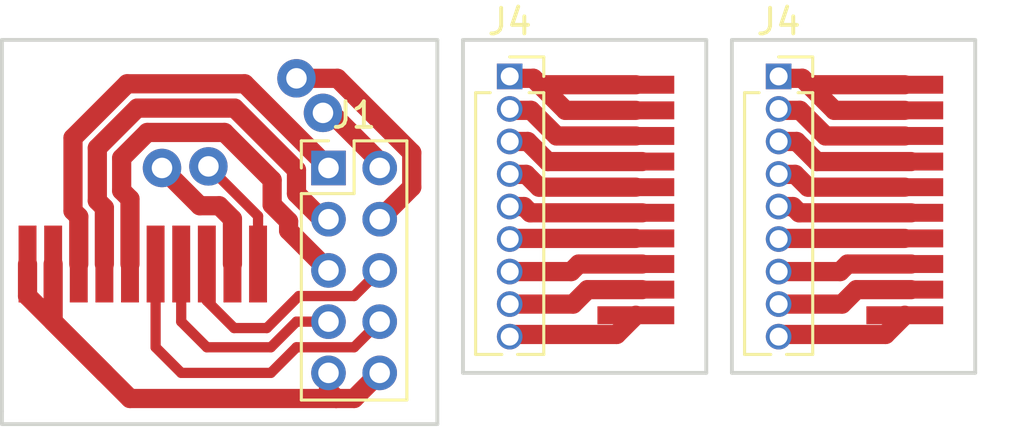
<source format=kicad_pcb>
(kicad_pcb (version 20171130) (host pcbnew 5.1.6-c6e7f7d~87~ubuntu20.04.1)

  (general
    (thickness 1.6)
    (drawings 13)
    (tracks 122)
    (zones 0)
    (modules 6)
    (nets 19)
  )

  (page A4)
  (layers
    (0 F.Cu signal)
    (31 B.Cu signal)
    (32 B.Adhes user)
    (33 F.Adhes user)
    (34 B.Paste user)
    (35 F.Paste user)
    (36 B.SilkS user)
    (37 F.SilkS user)
    (38 B.Mask user)
    (39 F.Mask user)
    (40 Dwgs.User user)
    (41 Cmts.User user)
    (42 Eco1.User user)
    (43 Eco2.User user)
    (44 Edge.Cuts user)
    (45 Margin user)
    (46 B.CrtYd user)
    (47 F.CrtYd user)
    (48 B.Fab user)
    (49 F.Fab user)
  )

  (setup
    (last_trace_width 0.75)
    (user_trace_width 0.25)
    (user_trace_width 0.5)
    (user_trace_width 0.75)
    (user_trace_width 1.5)
    (trace_clearance 0.2)
    (zone_clearance 0.508)
    (zone_45_only no)
    (trace_min 0.2)
    (via_size 0.8)
    (via_drill 0.4)
    (via_min_size 0.4)
    (via_min_drill 0.3)
    (user_via 0.6 0.3)
    (user_via 1.5 0.8)
    (uvia_size 0.3)
    (uvia_drill 0.1)
    (uvias_allowed no)
    (uvia_min_size 0.2)
    (uvia_min_drill 0.1)
    (edge_width 0.15)
    (segment_width 1.5)
    (pcb_text_width 0.3)
    (pcb_text_size 1.5 1.5)
    (mod_edge_width 0.15)
    (mod_text_size 1 1)
    (mod_text_width 0.15)
    (pad_size 1.524 1.524)
    (pad_drill 0.762)
    (pad_to_mask_clearance 0.051)
    (solder_mask_min_width 0.25)
    (aux_axis_origin 0 0)
    (visible_elements FFFFFF7F)
    (pcbplotparams
      (layerselection 0x01000_ffffffff)
      (usegerberextensions false)
      (usegerberattributes false)
      (usegerberadvancedattributes false)
      (creategerberjobfile false)
      (excludeedgelayer true)
      (linewidth 0.100000)
      (plotframeref false)
      (viasonmask false)
      (mode 1)
      (useauxorigin false)
      (hpglpennumber 1)
      (hpglpenspeed 20)
      (hpglpendiameter 15.000000)
      (psnegative false)
      (psa4output false)
      (plotreference true)
      (plotvalue true)
      (plotinvisibletext false)
      (padsonsilk false)
      (subtractmaskfromsilk false)
      (outputformat 1)
      (mirror false)
      (drillshape 0)
      (scaleselection 1)
      (outputdirectory "gerber/"))
  )

  (net 0 "")
  (net 1 GND2)
  (net 2 MISO2)
  (net 3 SCK2)
  (net 4 SS12)
  (net 5 EXT2)
  (net 6 SS22)
  (net 7 INT2)
  (net 8 SS32)
  (net 9 VCC2)
  (net 10 SS31)
  (net 11 SS21)
  (net 12 SS11)
  (net 13 SCK1)
  (net 14 MISO1)
  (net 15 EXT1)
  (net 16 INT1)
  (net 17 VCC1)
  (net 18 GND1)

  (net_class Default "This is the default net class."
    (clearance 0.2)
    (trace_width 0.25)
    (via_dia 0.8)
    (via_drill 0.4)
    (uvia_dia 0.3)
    (uvia_drill 0.1)
    (add_net EXT1)
    (add_net EXT2)
    (add_net GND1)
    (add_net GND2)
    (add_net INT1)
    (add_net INT2)
    (add_net MISO1)
    (add_net MISO2)
    (add_net SCK1)
    (add_net SCK2)
    (add_net SS11)
    (add_net SS12)
    (add_net SS21)
    (add_net SS22)
    (add_net SS31)
    (add_net SS32)
    (add_net VCC1)
    (add_net VCC2)
  )

  (module rofi:FPC-10-SolderPads (layer F.Cu) (tedit 5F6DBA9D) (tstamp 5F702FEC)
    (at 174.25 50.25)
    (path /5F6DD21B)
    (fp_text reference J3 (at 0 0) (layer F.SilkS) hide
      (effects (font (size 1 1) (thickness 0.15)))
    )
    (fp_text value Conn_01x10 (at 0 -0.5) (layer F.Fab)
      (effects (font (size 1 1) (thickness 0.15)))
    )
    (pad 1 smd rect (at 0 -4.5) (size 3 0.7) (layers F.Cu F.Paste F.Mask)
      (net 18 GND1))
    (pad 2 smd rect (at 0 -3.5) (size 3 0.7) (layers F.Cu F.Paste F.Mask)
      (net 18 GND1))
    (pad 3 smd rect (at 0 -2.5) (size 3 0.7) (layers F.Cu F.Paste F.Mask)
      (net 17 VCC1))
    (pad 4 smd rect (at 0 -1.5) (size 3 0.7) (layers F.Cu F.Paste F.Mask)
      (net 16 INT1))
    (pad 5 smd rect (at 0 -0.5) (size 3 0.7) (layers F.Cu F.Paste F.Mask)
      (net 15 EXT1))
    (pad 6 smd rect (at 0 0.5) (size 3 0.7) (layers F.Cu F.Paste F.Mask)
      (net 14 MISO1))
    (pad 7 smd rect (at 0 1.5) (size 3 0.7) (layers F.Cu F.Paste F.Mask)
      (net 13 SCK1))
    (pad 8 smd rect (at 0 2.5) (size 3 0.7) (layers F.Cu F.Paste F.Mask)
      (net 12 SS11))
    (pad 9 smd rect (at 0 3.5) (size 3 0.7) (layers F.Cu F.Paste F.Mask)
      (net 11 SS21))
    (pad 10 smd rect (at 0 4.5) (size 3 0.7) (layers F.Cu F.Paste F.Mask)
      (net 10 SS31))
  )

  (module Connector_PinSocket_1.27mm:PinSocket_1x09_P1.27mm_Vertical (layer F.Cu) (tedit 5A19A426) (tstamp 5F702FBA)
    (at 169.325001 45.425001)
    (descr "Through hole straight socket strip, 1x09, 1.27mm pitch, single row (from Kicad 4.0.7), script generated")
    (tags "Through hole socket strip THT 1x09 1.27mm single row")
    (path /5F6DC3FB)
    (fp_text reference J4 (at 0 -2.135) (layer F.SilkS)
      (effects (font (size 1 1) (thickness 0.15)))
    )
    (fp_text value Conn_01x09 (at 0 12.295) (layer F.Fab)
      (effects (font (size 1 1) (thickness 0.15)))
    )
    (fp_line (start -1.8 11.3) (end -1.8 -1.15) (layer F.CrtYd) (width 0.05))
    (fp_line (start 1.75 11.3) (end -1.8 11.3) (layer F.CrtYd) (width 0.05))
    (fp_line (start 1.75 -1.15) (end 1.75 11.3) (layer F.CrtYd) (width 0.05))
    (fp_line (start -1.8 -1.15) (end 1.75 -1.15) (layer F.CrtYd) (width 0.05))
    (fp_line (start 0 -0.76) (end 1.33 -0.76) (layer F.SilkS) (width 0.12))
    (fp_line (start 1.33 -0.76) (end 1.33 0) (layer F.SilkS) (width 0.12))
    (fp_line (start 1.33 0.635) (end 1.33 10.855) (layer F.SilkS) (width 0.12))
    (fp_line (start 0.30753 10.855) (end 1.33 10.855) (layer F.SilkS) (width 0.12))
    (fp_line (start -1.33 10.855) (end -0.30753 10.855) (layer F.SilkS) (width 0.12))
    (fp_line (start -1.33 0.635) (end -1.33 10.855) (layer F.SilkS) (width 0.12))
    (fp_line (start 0.76 0.635) (end 1.33 0.635) (layer F.SilkS) (width 0.12))
    (fp_line (start -1.33 0.635) (end -0.76 0.635) (layer F.SilkS) (width 0.12))
    (fp_line (start -1.27 10.795) (end -1.27 -0.635) (layer F.Fab) (width 0.1))
    (fp_line (start 1.27 10.795) (end -1.27 10.795) (layer F.Fab) (width 0.1))
    (fp_line (start 1.27 0) (end 1.27 10.795) (layer F.Fab) (width 0.1))
    (fp_line (start 0.635 -0.635) (end 1.27 0) (layer F.Fab) (width 0.1))
    (fp_line (start -1.27 -0.635) (end 0.635 -0.635) (layer F.Fab) (width 0.1))
    (fp_text user %R (at 0 5.08 90) (layer F.Fab)
      (effects (font (size 1 1) (thickness 0.15)))
    )
    (pad 1 thru_hole rect (at 0 0) (size 1 1) (drill 0.7) (layers *.Cu *.Mask)
      (net 18 GND1))
    (pad 2 thru_hole oval (at 0 1.27) (size 1 1) (drill 0.7) (layers *.Cu *.Mask)
      (net 17 VCC1))
    (pad 3 thru_hole oval (at 0 2.54) (size 1 1) (drill 0.7) (layers *.Cu *.Mask)
      (net 16 INT1))
    (pad 4 thru_hole oval (at 0 3.81) (size 1 1) (drill 0.7) (layers *.Cu *.Mask)
      (net 15 EXT1))
    (pad 5 thru_hole oval (at 0 5.08) (size 1 1) (drill 0.7) (layers *.Cu *.Mask)
      (net 14 MISO1))
    (pad 6 thru_hole oval (at 0 6.35) (size 1 1) (drill 0.7) (layers *.Cu *.Mask)
      (net 13 SCK1))
    (pad 7 thru_hole oval (at 0 7.62) (size 1 1) (drill 0.7) (layers *.Cu *.Mask)
      (net 12 SS11))
    (pad 8 thru_hole oval (at 0 8.89) (size 1 1) (drill 0.7) (layers *.Cu *.Mask)
      (net 11 SS21))
    (pad 9 thru_hole oval (at 0 10.16) (size 1 1) (drill 0.7) (layers *.Cu *.Mask)
      (net 10 SS31))
    (model ${KISYS3DMOD}/Connector_PinSocket_1.27mm.3dshapes/PinSocket_1x09_P1.27mm_Vertical.wrl
      (at (xyz 0 0 0))
      (scale (xyz 1 1 1))
      (rotate (xyz 0 0 0))
    )
  )

  (module Connector_PinSocket_1.27mm:PinSocket_1x09_P1.27mm_Vertical (layer F.Cu) (tedit 5A19A426) (tstamp 5F6E1850)
    (at 158.825001 45.425001)
    (descr "Through hole straight socket strip, 1x09, 1.27mm pitch, single row (from Kicad 4.0.7), script generated")
    (tags "Through hole socket strip THT 1x09 1.27mm single row")
    (path /5F6DC3FB)
    (fp_text reference J4 (at 0 -2.135) (layer F.SilkS)
      (effects (font (size 1 1) (thickness 0.15)))
    )
    (fp_text value Conn_01x09 (at 0 12.295) (layer F.Fab)
      (effects (font (size 1 1) (thickness 0.15)))
    )
    (fp_text user %R (at 0 5.08 90) (layer F.Fab)
      (effects (font (size 1 1) (thickness 0.15)))
    )
    (fp_line (start -1.27 -0.635) (end 0.635 -0.635) (layer F.Fab) (width 0.1))
    (fp_line (start 0.635 -0.635) (end 1.27 0) (layer F.Fab) (width 0.1))
    (fp_line (start 1.27 0) (end 1.27 10.795) (layer F.Fab) (width 0.1))
    (fp_line (start 1.27 10.795) (end -1.27 10.795) (layer F.Fab) (width 0.1))
    (fp_line (start -1.27 10.795) (end -1.27 -0.635) (layer F.Fab) (width 0.1))
    (fp_line (start -1.33 0.635) (end -0.76 0.635) (layer F.SilkS) (width 0.12))
    (fp_line (start 0.76 0.635) (end 1.33 0.635) (layer F.SilkS) (width 0.12))
    (fp_line (start -1.33 0.635) (end -1.33 10.855) (layer F.SilkS) (width 0.12))
    (fp_line (start -1.33 10.855) (end -0.30753 10.855) (layer F.SilkS) (width 0.12))
    (fp_line (start 0.30753 10.855) (end 1.33 10.855) (layer F.SilkS) (width 0.12))
    (fp_line (start 1.33 0.635) (end 1.33 10.855) (layer F.SilkS) (width 0.12))
    (fp_line (start 1.33 -0.76) (end 1.33 0) (layer F.SilkS) (width 0.12))
    (fp_line (start 0 -0.76) (end 1.33 -0.76) (layer F.SilkS) (width 0.12))
    (fp_line (start -1.8 -1.15) (end 1.75 -1.15) (layer F.CrtYd) (width 0.05))
    (fp_line (start 1.75 -1.15) (end 1.75 11.3) (layer F.CrtYd) (width 0.05))
    (fp_line (start 1.75 11.3) (end -1.8 11.3) (layer F.CrtYd) (width 0.05))
    (fp_line (start -1.8 11.3) (end -1.8 -1.15) (layer F.CrtYd) (width 0.05))
    (pad 9 thru_hole oval (at 0 10.16) (size 1 1) (drill 0.7) (layers *.Cu *.Mask)
      (net 10 SS31))
    (pad 8 thru_hole oval (at 0 8.89) (size 1 1) (drill 0.7) (layers *.Cu *.Mask)
      (net 11 SS21))
    (pad 7 thru_hole oval (at 0 7.62) (size 1 1) (drill 0.7) (layers *.Cu *.Mask)
      (net 12 SS11))
    (pad 6 thru_hole oval (at 0 6.35) (size 1 1) (drill 0.7) (layers *.Cu *.Mask)
      (net 13 SCK1))
    (pad 5 thru_hole oval (at 0 5.08) (size 1 1) (drill 0.7) (layers *.Cu *.Mask)
      (net 14 MISO1))
    (pad 4 thru_hole oval (at 0 3.81) (size 1 1) (drill 0.7) (layers *.Cu *.Mask)
      (net 15 EXT1))
    (pad 3 thru_hole oval (at 0 2.54) (size 1 1) (drill 0.7) (layers *.Cu *.Mask)
      (net 16 INT1))
    (pad 2 thru_hole oval (at 0 1.27) (size 1 1) (drill 0.7) (layers *.Cu *.Mask)
      (net 17 VCC1))
    (pad 1 thru_hole rect (at 0 0) (size 1 1) (drill 0.7) (layers *.Cu *.Mask)
      (net 18 GND1))
    (model ${KISYS3DMOD}/Connector_PinSocket_1.27mm.3dshapes/PinSocket_1x09_P1.27mm_Vertical.wrl
      (at (xyz 0 0 0))
      (scale (xyz 1 1 1))
      (rotate (xyz 0 0 0))
    )
  )

  (module rofi:FPC-10-SolderPads (layer F.Cu) (tedit 5F6DBA9D) (tstamp 5F6E1831)
    (at 163.75 50.25)
    (path /5F6DD21B)
    (fp_text reference J3 (at 0 0) (layer F.SilkS) hide
      (effects (font (size 1 1) (thickness 0.15)))
    )
    (fp_text value Conn_01x10 (at 0 -0.5) (layer F.Fab)
      (effects (font (size 1 1) (thickness 0.15)))
    )
    (pad 10 smd rect (at 0 4.5) (size 3 0.7) (layers F.Cu F.Paste F.Mask)
      (net 10 SS31))
    (pad 9 smd rect (at 0 3.5) (size 3 0.7) (layers F.Cu F.Paste F.Mask)
      (net 11 SS21))
    (pad 8 smd rect (at 0 2.5) (size 3 0.7) (layers F.Cu F.Paste F.Mask)
      (net 12 SS11))
    (pad 7 smd rect (at 0 1.5) (size 3 0.7) (layers F.Cu F.Paste F.Mask)
      (net 13 SCK1))
    (pad 6 smd rect (at 0 0.5) (size 3 0.7) (layers F.Cu F.Paste F.Mask)
      (net 14 MISO1))
    (pad 5 smd rect (at 0 -0.5) (size 3 0.7) (layers F.Cu F.Paste F.Mask)
      (net 15 EXT1))
    (pad 4 smd rect (at 0 -1.5) (size 3 0.7) (layers F.Cu F.Paste F.Mask)
      (net 16 INT1))
    (pad 3 smd rect (at 0 -2.5) (size 3 0.7) (layers F.Cu F.Paste F.Mask)
      (net 17 VCC1))
    (pad 2 smd rect (at 0 -3.5) (size 3 0.7) (layers F.Cu F.Paste F.Mask)
      (net 18 GND1))
    (pad 1 smd rect (at 0 -4.5) (size 3 0.7) (layers F.Cu F.Paste F.Mask)
      (net 18 GND1))
  )

  (module rofi:FPC-10-SolderPads (layer F.Cu) (tedit 5F6DBA9D) (tstamp 5F6E1823)
    (at 144.5 52.75 90)
    (path /5F6DFD45)
    (fp_text reference J2 (at 0 0 90) (layer F.SilkS) hide
      (effects (font (size 1 1) (thickness 0.15)))
    )
    (fp_text value Conn_01x10 (at 0 -0.5 90) (layer F.Fab)
      (effects (font (size 1 1) (thickness 0.15)))
    )
    (pad 10 smd rect (at 0 4.5 90) (size 3 0.7) (layers F.Cu F.Paste F.Mask)
      (net 8 SS32))
    (pad 9 smd rect (at 0 3.5 90) (size 3 0.7) (layers F.Cu F.Paste F.Mask)
      (net 6 SS22))
    (pad 8 smd rect (at 0 2.5 90) (size 3 0.7) (layers F.Cu F.Paste F.Mask)
      (net 4 SS12))
    (pad 7 smd rect (at 0 1.5 90) (size 3 0.7) (layers F.Cu F.Paste F.Mask)
      (net 3 SCK2))
    (pad 6 smd rect (at 0 0.5 90) (size 3 0.7) (layers F.Cu F.Paste F.Mask)
      (net 2 MISO2))
    (pad 5 smd rect (at 0 -0.5 90) (size 3 0.7) (layers F.Cu F.Paste F.Mask)
      (net 5 EXT2))
    (pad 4 smd rect (at 0 -1.5 90) (size 3 0.7) (layers F.Cu F.Paste F.Mask)
      (net 7 INT2))
    (pad 3 smd rect (at 0 -2.5 90) (size 3 0.7) (layers F.Cu F.Paste F.Mask)
      (net 9 VCC2))
    (pad 2 smd rect (at 0 -3.5 90) (size 3 0.7) (layers F.Cu F.Paste F.Mask)
      (net 1 GND2))
    (pad 1 smd rect (at 0 -4.5 90) (size 3 0.7) (layers F.Cu F.Paste F.Mask)
      (net 1 GND2))
  )

  (module Connector_PinHeader_2.00mm:PinHeader_2x05_P2.00mm_Vertical (layer F.Cu) (tedit 59FED667) (tstamp 5F6E1815)
    (at 151.75 49)
    (descr "Through hole straight pin header, 2x05, 2.00mm pitch, double rows")
    (tags "Through hole pin header THT 2x05 2.00mm double row")
    (path /5F6E1918)
    (fp_text reference J1 (at 1 -2.06) (layer F.SilkS)
      (effects (font (size 1 1) (thickness 0.15)))
    )
    (fp_text value Conn_02x05_Odd_Even (at 1 10.06) (layer F.Fab)
      (effects (font (size 1 1) (thickness 0.15)))
    )
    (fp_text user %R (at 1 4 90) (layer F.Fab)
      (effects (font (size 1 1) (thickness 0.15)))
    )
    (fp_line (start 0 -1) (end 3 -1) (layer F.Fab) (width 0.1))
    (fp_line (start 3 -1) (end 3 9) (layer F.Fab) (width 0.1))
    (fp_line (start 3 9) (end -1 9) (layer F.Fab) (width 0.1))
    (fp_line (start -1 9) (end -1 0) (layer F.Fab) (width 0.1))
    (fp_line (start -1 0) (end 0 -1) (layer F.Fab) (width 0.1))
    (fp_line (start -1.06 9.06) (end 3.06 9.06) (layer F.SilkS) (width 0.12))
    (fp_line (start -1.06 1) (end -1.06 9.06) (layer F.SilkS) (width 0.12))
    (fp_line (start 3.06 -1.06) (end 3.06 9.06) (layer F.SilkS) (width 0.12))
    (fp_line (start -1.06 1) (end 1 1) (layer F.SilkS) (width 0.12))
    (fp_line (start 1 1) (end 1 -1.06) (layer F.SilkS) (width 0.12))
    (fp_line (start 1 -1.06) (end 3.06 -1.06) (layer F.SilkS) (width 0.12))
    (fp_line (start -1.06 0) (end -1.06 -1.06) (layer F.SilkS) (width 0.12))
    (fp_line (start -1.06 -1.06) (end 0 -1.06) (layer F.SilkS) (width 0.12))
    (fp_line (start -1.5 -1.5) (end -1.5 9.5) (layer F.CrtYd) (width 0.05))
    (fp_line (start -1.5 9.5) (end 3.5 9.5) (layer F.CrtYd) (width 0.05))
    (fp_line (start 3.5 9.5) (end 3.5 -1.5) (layer F.CrtYd) (width 0.05))
    (fp_line (start 3.5 -1.5) (end -1.5 -1.5) (layer F.CrtYd) (width 0.05))
    (pad 10 thru_hole oval (at 2 8) (size 1.35 1.35) (drill 0.8) (layers *.Cu *.Mask)
      (net 1 GND2))
    (pad 9 thru_hole oval (at 0 8) (size 1.35 1.35) (drill 0.8) (layers *.Cu *.Mask)
      (net 1 GND2))
    (pad 8 thru_hole oval (at 2 6) (size 1.35 1.35) (drill 0.8) (layers *.Cu *.Mask)
      (net 2 MISO2))
    (pad 7 thru_hole oval (at 0 6) (size 1.35 1.35) (drill 0.8) (layers *.Cu *.Mask)
      (net 3 SCK2))
    (pad 6 thru_hole oval (at 2 4) (size 1.35 1.35) (drill 0.8) (layers *.Cu *.Mask)
      (net 4 SS12))
    (pad 5 thru_hole oval (at 0 4) (size 1.35 1.35) (drill 0.8) (layers *.Cu *.Mask)
      (net 5 EXT2))
    (pad 4 thru_hole oval (at 2 2) (size 1.35 1.35) (drill 0.8) (layers *.Cu *.Mask)
      (net 6 SS22))
    (pad 3 thru_hole oval (at 0 2) (size 1.35 1.35) (drill 0.8) (layers *.Cu *.Mask)
      (net 7 INT2))
    (pad 2 thru_hole oval (at 2 0) (size 1.35 1.35) (drill 0.8) (layers *.Cu *.Mask)
      (net 8 SS32))
    (pad 1 thru_hole rect (at 0 0) (size 1.35 1.35) (drill 0.8) (layers *.Cu *.Mask)
      (net 9 VCC2))
    (model ${KISYS3DMOD}/Connector_PinHeader_2.00mm.3dshapes/PinHeader_2x05_P2.00mm_Vertical.wrl
      (at (xyz 0 0 0))
      (scale (xyz 1 1 1))
      (rotate (xyz 0 0 0))
    )
  )

  (gr_line (start 177 57) (end 177 44) (layer Edge.Cuts) (width 0.15) (tstamp 5F702FDF))
  (gr_line (start 167.5 57) (end 177 57) (layer Edge.Cuts) (width 0.15) (tstamp 5F702FDB))
  (gr_line (start 177 44) (end 167.5 44) (layer Edge.Cuts) (width 0.15) (tstamp 5F702FB8))
  (gr_line (start 167.5 44) (end 167.5 57) (layer Edge.Cuts) (width 0.15) (tstamp 5F702FB1))
  (gr_line (start 139 59) (end 139 58.5) (layer Edge.Cuts) (width 0.15) (tstamp 5F6E1E78))
  (gr_line (start 156 59) (end 139 59) (layer Edge.Cuts) (width 0.15))
  (gr_line (start 156 44) (end 156 59) (layer Edge.Cuts) (width 0.15))
  (gr_line (start 139 44) (end 156 44) (layer Edge.Cuts) (width 0.15))
  (gr_line (start 139 44) (end 139 58.5) (layer Edge.Cuts) (width 0.15))
  (gr_line (start 166.5 44) (end 157 44) (layer Edge.Cuts) (width 0.15) (tstamp 5F6E1E74))
  (gr_line (start 166.5 57) (end 166.5 44) (layer Edge.Cuts) (width 0.15))
  (gr_line (start 157 57) (end 166.5 57) (layer Edge.Cuts) (width 0.15))
  (gr_line (start 157 44) (end 157 57) (layer Edge.Cuts) (width 0.15))

  (segment (start 141 55) (end 143 57) (width 0.75) (layer F.Cu) (net 1))
  (segment (start 141 52.75) (end 141 55) (width 0.75) (layer F.Cu) (net 1))
  (segment (start 140 54) (end 143 57) (width 0.75) (layer F.Cu) (net 1))
  (segment (start 140 52.75) (end 140 54) (width 0.75) (layer F.Cu) (net 1))
  (segment (start 151.75 57.69998) (end 151.75 57) (width 0.75) (layer F.Cu) (net 1))
  (segment (start 152.05002 58) (end 151.75 57.69998) (width 0.75) (layer F.Cu) (net 1))
  (segment (start 144 58) (end 152.05002 58) (width 0.75) (layer F.Cu) (net 1))
  (segment (start 143 57) (end 144 58) (width 0.75) (layer F.Cu) (net 1))
  (segment (start 152.75 58) (end 153.75 57) (width 0.75) (layer F.Cu) (net 1))
  (segment (start 152.05002 58) (end 152.75 58) (width 0.75) (layer F.Cu) (net 1))
  (segment (start 152.75 56) (end 153.75 55) (width 0.4) (layer F.Cu) (net 2))
  (segment (start 145 52.75) (end 145 56) (width 0.4) (layer F.Cu) (net 2))
  (segment (start 145 56) (end 146 57) (width 0.4) (layer F.Cu) (net 2))
  (segment (start 146 57) (end 149.5 57) (width 0.4) (layer F.Cu) (net 2))
  (segment (start 150.5 56) (end 152.75 56) (width 0.4) (layer F.Cu) (net 2))
  (segment (start 149.5 57) (end 150.5 56) (width 0.4) (layer F.Cu) (net 2))
  (segment (start 146 55) (end 146 52.75) (width 0.4) (layer F.Cu) (net 3))
  (segment (start 147 56) (end 146 55) (width 0.4) (layer F.Cu) (net 3))
  (segment (start 149.5 56) (end 147 56) (width 0.4) (layer F.Cu) (net 3))
  (segment (start 150.5 55) (end 149.5 56) (width 0.4) (layer F.Cu) (net 3))
  (segment (start 151.75 55) (end 150.5 55) (width 0.4) (layer F.Cu) (net 3))
  (segment (start 147 54.185002) (end 147 52.75) (width 0.4) (layer F.Cu) (net 4))
  (segment (start 148.064998 55.25) (end 147 54.185002) (width 0.4) (layer F.Cu) (net 4))
  (segment (start 149.342501 55.25) (end 148.064998 55.25) (width 0.4) (layer F.Cu) (net 4))
  (segment (start 150.592501 54) (end 149.342501 55.25) (width 0.4) (layer F.Cu) (net 4))
  (segment (start 152.75 54) (end 150.592501 54) (width 0.4) (layer F.Cu) (net 4))
  (segment (start 153.75 53) (end 152.75 54) (width 0.4) (layer F.Cu) (net 4))
  (segment (start 143.675 49.886004) (end 143.675 48.613996) (width 0.75) (layer F.Cu) (net 5))
  (segment (start 143.675 48.613996) (end 144.67592 47.613076) (width 0.75) (layer F.Cu) (net 5))
  (segment (start 147.69119 47.613076) (end 149.549988 49.471874) (width 0.75) (layer F.Cu) (net 5))
  (segment (start 149.549988 49.471874) (end 149.549988 50.436175) (width 0.75) (layer F.Cu) (net 5))
  (segment (start 144.67592 47.613076) (end 147.69119 47.613076) (width 0.75) (layer F.Cu) (net 5))
  (segment (start 144 52.75) (end 144 50.211004) (width 0.75) (layer F.Cu) (net 5))
  (segment (start 150.192501 51.078688) (end 150.192501 51.442501) (width 0.75) (layer F.Cu) (net 5))
  (segment (start 150.192501 51.442501) (end 151.75 53) (width 0.75) (layer F.Cu) (net 5))
  (segment (start 149.549988 50.436175) (end 150.192501 51.078688) (width 0.75) (layer F.Cu) (net 5))
  (segment (start 144 50.211004) (end 143.675 49.886004) (width 0.75) (layer F.Cu) (net 5))
  (segment (start 148 52.75) (end 148 50.989964) (width 0.75) (layer F.Cu) (net 6))
  (via (at 145.25 49) (size 1.5) (drill 0.8) (layers F.Cu B.Cu) (net 6))
  (segment (start 147.484123 50.474087) (end 146.724087 50.474087) (width 0.75) (layer F.Cu) (net 6))
  (segment (start 148 50.989964) (end 147.484123 50.474087) (width 0.75) (layer F.Cu) (net 6))
  (segment (start 146.724087 50.474087) (end 145.25 49) (width 0.75) (layer F.Cu) (net 6))
  (segment (start 153.75 51) (end 155.000001 49.749999) (width 0.75) (layer F.Cu) (net 6))
  (segment (start 155.000001 49.749999) (end 155.000001 48.399999) (width 0.75) (layer F.Cu) (net 6))
  (segment (start 152.100002 45.5) (end 150.5 45.5) (width 0.75) (layer F.Cu) (net 6))
  (segment (start 155.000001 48.399999) (end 152.100002 45.5) (width 0.75) (layer F.Cu) (net 6))
  (via (at 150.5 45.5) (size 1.5) (drill 0.8) (layers F.Cu B.Cu) (net 6))
  (segment (start 142.724989 50.279511) (end 142.724989 48.220489) (width 0.75) (layer F.Cu) (net 7))
  (segment (start 148.084697 46.663065) (end 150.499999 49.078367) (width 0.75) (layer F.Cu) (net 7))
  (segment (start 144.282413 46.663065) (end 148.084697 46.663065) (width 0.75) (layer F.Cu) (net 7))
  (segment (start 151.5 51) (end 151.75 51) (width 0.75) (layer F.Cu) (net 7))
  (segment (start 142.724989 48.220489) (end 144.282413 46.663065) (width 0.75) (layer F.Cu) (net 7))
  (segment (start 150.499999 49.999999) (end 151.5 51) (width 0.75) (layer F.Cu) (net 7))
  (segment (start 143 50.554522) (end 142.724989 50.279511) (width 0.75) (layer F.Cu) (net 7))
  (segment (start 143 52.75) (end 143 50.554522) (width 0.75) (layer F.Cu) (net 7))
  (segment (start 150.499999 49.078367) (end 150.499999 49.999999) (width 0.75) (layer F.Cu) (net 7))
  (segment (start 149 52.75) (end 149 50.876152) (width 0.4) (layer F.Cu) (net 8))
  (segment (start 149 50.876152) (end 147.061924 48.938076) (width 0.4) (layer F.Cu) (net 8))
  (via (at 147.061924 48.938076) (size 1.5) (drill 0.8) (layers F.Cu B.Cu) (net 8))
  (segment (start 153.75 48.75) (end 151.849025 46.849025) (width 0.75) (layer F.Cu) (net 8))
  (segment (start 153.75 49) (end 153.75 48.75) (width 0.75) (layer F.Cu) (net 8))
  (segment (start 151.849025 46.849025) (end 151.534491 46.849025) (width 0.75) (layer F.Cu) (net 8))
  (via (at 151.534491 46.849025) (size 1.5) (drill 0.8) (layers F.Cu B.Cu) (net 8))
  (segment (start 143.888906 45.713054) (end 148.478204 45.713054) (width 0.75) (layer F.Cu) (net 9))
  (segment (start 142 50.900027) (end 141.774978 50.675005) (width 0.75) (layer F.Cu) (net 9))
  (segment (start 141.774978 50.675005) (end 141.774978 47.826982) (width 0.75) (layer F.Cu) (net 9))
  (segment (start 148.478204 45.713054) (end 151.75 48.98485) (width 0.75) (layer F.Cu) (net 9))
  (segment (start 141.774978 47.826982) (end 143.888906 45.713054) (width 0.75) (layer F.Cu) (net 9))
  (segment (start 142 52.75) (end 142 50.900027) (width 0.75) (layer F.Cu) (net 9))
  (segment (start 151.75 48.98485) (end 151.75 49) (width 0.75) (layer F.Cu) (net 9))
  (segment (start 163.75 54.75) (end 163 55.5) (width 0.75) (layer F.Cu) (net 10))
  (segment (start 163 55.5) (end 158.75 55.5) (width 0.75) (layer F.Cu) (net 10))
  (segment (start 174.25 54.75) (end 173.5 55.5) (width 0.75) (layer F.Cu) (net 10) (tstamp 5F702FE1))
  (segment (start 173.5 55.5) (end 169.25 55.5) (width 0.75) (layer F.Cu) (net 10) (tstamp 5F702FE6))
  (segment (start 161.299997 54.315001) (end 161.864998 53.75) (width 0.75) (layer F.Cu) (net 11))
  (segment (start 158.825001 54.315001) (end 161.299997 54.315001) (width 0.75) (layer F.Cu) (net 11))
  (segment (start 161.864998 53.75) (end 164 53.75) (width 0.75) (layer F.Cu) (net 11))
  (segment (start 169.325001 54.315001) (end 171.799997 54.315001) (width 0.75) (layer F.Cu) (net 11) (tstamp 5F702FB5))
  (segment (start 171.799997 54.315001) (end 172.364998 53.75) (width 0.75) (layer F.Cu) (net 11) (tstamp 5F702FB7))
  (segment (start 172.364998 53.75) (end 174.5 53.75) (width 0.75) (layer F.Cu) (net 11) (tstamp 5F702FE9))
  (segment (start 158.825001 53.045001) (end 161.226479 53.045001) (width 0.75) (layer F.Cu) (net 12))
  (segment (start 161.226479 53.045001) (end 161.52148 52.75) (width 0.75) (layer F.Cu) (net 12))
  (segment (start 161.52148 52.75) (end 164 52.75) (width 0.75) (layer F.Cu) (net 12))
  (segment (start 172.02148 52.75) (end 174.5 52.75) (width 0.75) (layer F.Cu) (net 12) (tstamp 5F702FB3))
  (segment (start 169.325001 53.045001) (end 171.726479 53.045001) (width 0.75) (layer F.Cu) (net 12) (tstamp 5F702FB6))
  (segment (start 171.726479 53.045001) (end 172.02148 52.75) (width 0.75) (layer F.Cu) (net 12) (tstamp 5F702FE7))
  (segment (start 163.75 51.75) (end 158.75 51.75) (width 0.75) (layer F.Cu) (net 13))
  (segment (start 174.25 51.75) (end 169.25 51.75) (width 0.75) (layer F.Cu) (net 13) (tstamp 5F702FB0))
  (segment (start 159.625927 50.75) (end 164 50.75) (width 0.75) (layer F.Cu) (net 14))
  (segment (start 159.380928 50.505001) (end 159.625927 50.75) (width 0.75) (layer F.Cu) (net 14))
  (segment (start 158.825001 50.505001) (end 159.380928 50.505001) (width 0.75) (layer F.Cu) (net 14))
  (segment (start 169.880928 50.505001) (end 170.125927 50.75) (width 0.75) (layer F.Cu) (net 14) (tstamp 5F702FB2))
  (segment (start 169.325001 50.505001) (end 169.880928 50.505001) (width 0.75) (layer F.Cu) (net 14) (tstamp 5F702FDE))
  (segment (start 170.125927 50.75) (end 174.5 50.75) (width 0.75) (layer F.Cu) (net 14) (tstamp 5F702FE4))
  (segment (start 159.469445 49.25) (end 158.75 49.25) (width 0.75) (layer F.Cu) (net 15))
  (segment (start 159.969445 49.75) (end 159.469445 49.25) (width 0.75) (layer F.Cu) (net 15))
  (segment (start 163.75 49.75) (end 159.969445 49.75) (width 0.75) (layer F.Cu) (net 15))
  (segment (start 169.969445 49.25) (end 169.25 49.25) (width 0.75) (layer F.Cu) (net 15) (tstamp 5F702FD8))
  (segment (start 174.25 49.75) (end 170.469445 49.75) (width 0.75) (layer F.Cu) (net 15) (tstamp 5F702FE5))
  (segment (start 170.469445 49.75) (end 169.969445 49.25) (width 0.75) (layer F.Cu) (net 15) (tstamp 5F702FE8))
  (segment (start 159.527964 47.965001) (end 160.312963 48.75) (width 0.75) (layer F.Cu) (net 16))
  (segment (start 160.312963 48.75) (end 164 48.75) (width 0.75) (layer F.Cu) (net 16))
  (segment (start 158.825001 47.965001) (end 159.527964 47.965001) (width 0.75) (layer F.Cu) (net 16))
  (segment (start 169.325001 47.965001) (end 170.027964 47.965001) (width 0.75) (layer F.Cu) (net 16) (tstamp 5F702FB9))
  (segment (start 170.812963 48.75) (end 174.5 48.75) (width 0.75) (layer F.Cu) (net 16) (tstamp 5F702FDD))
  (segment (start 170.027964 47.965001) (end 170.812963 48.75) (width 0.75) (layer F.Cu) (net 16) (tstamp 5F702FEA))
  (segment (start 163.75 47.75) (end 160.656481 47.75) (width 0.75) (layer F.Cu) (net 17))
  (segment (start 159.656481 46.75) (end 158.75 46.75) (width 0.75) (layer F.Cu) (net 17))
  (segment (start 160.656481 47.75) (end 159.656481 46.75) (width 0.75) (layer F.Cu) (net 17))
  (segment (start 174.25 47.75) (end 171.156481 47.75) (width 0.75) (layer F.Cu) (net 17) (tstamp 5F702FDA))
  (segment (start 170.156481 46.75) (end 169.25 46.75) (width 0.75) (layer F.Cu) (net 17) (tstamp 5F702FDC))
  (segment (start 171.156481 47.75) (end 170.156481 46.75) (width 0.75) (layer F.Cu) (net 17) (tstamp 5F702FE3))
  (segment (start 160.999999 46.75) (end 159.749999 45.5) (width 0.75) (layer F.Cu) (net 18))
  (segment (start 163.75 46.75) (end 160.999999 46.75) (width 0.75) (layer F.Cu) (net 18))
  (segment (start 159.749999 45.5) (end 158.75 45.5) (width 0.75) (layer F.Cu) (net 18))
  (segment (start 159.999999 45.75) (end 159.749999 45.5) (width 0.75) (layer F.Cu) (net 18))
  (segment (start 163.75 45.75) (end 159.999999 45.75) (width 0.75) (layer F.Cu) (net 18))
  (segment (start 174.25 45.75) (end 170.499999 45.75) (width 0.75) (layer F.Cu) (net 18) (tstamp 5F702FB4))
  (segment (start 170.499999 45.75) (end 170.249999 45.5) (width 0.75) (layer F.Cu) (net 18) (tstamp 5F702FD9))
  (segment (start 170.249999 45.5) (end 169.25 45.5) (width 0.75) (layer F.Cu) (net 18) (tstamp 5F702FE0))
  (segment (start 171.499999 46.75) (end 170.249999 45.5) (width 0.75) (layer F.Cu) (net 18) (tstamp 5F702FE2))
  (segment (start 174.25 46.75) (end 171.499999 46.75) (width 0.75) (layer F.Cu) (net 18) (tstamp 5F702FEB))

)

</source>
